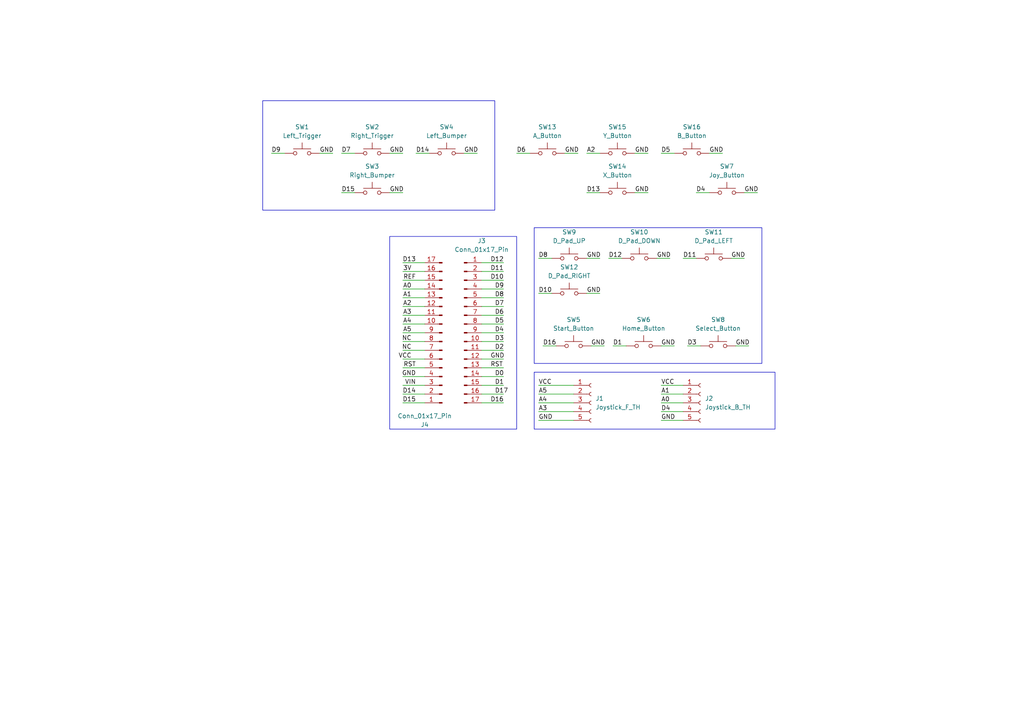
<source format=kicad_sch>
(kicad_sch (version 20231120) (generator "eeschema") (generator_version "8.0")
  (paper "A4")
  (lib_symbols
    (symbol "Connector:Conn_01x05_Socket" (pin_names (offset 1.016) hide)
      (property "Reference" "J" (at 0 7.62 0))
      (property "Value" "Conn_01x05_Socket" (at 0 -7.62 0))
      (symbol "Conn_01x05_Socket_1_1"
        (arc (start 0 -4.572) (mid -0.5058 -5.08) (end 0 -5.588) (stroke (width 0.1524)))
        (arc (start 0 -2.032) (mid -0.5058 -2.54) (end 0 -3.048) (stroke (width 0.1524)))
        (polyline (pts (xy -1.27 -5.08) (xy -0.508 -5.08)) (stroke (width 0.1524)))
        (polyline (pts (xy -1.27 -2.54) (xy -0.508 -2.54)) (stroke (width 0.1524)))
        (polyline (pts (xy -1.27 0) (xy -0.508 0)) (stroke (width 0.1524)))
        (polyline (pts (xy -1.27 2.54) (xy -0.508 2.54)) (stroke (width 0.1524)))
        (polyline (pts (xy -1.27 5.08) (xy -0.508 5.08)) (stroke (width 0.1524)))
        (arc (start 0 0.508) (mid -0.5058 0) (end 0 -0.508) (stroke (width 0.1524)))
        (arc (start 0 3.048) (mid -0.5058 2.54) (end 0 2.032) (stroke (width 0.1524)))
        (arc (start 0 5.588) (mid -0.5058 5.08) (end 0 4.572) (stroke (width 0.1524)))
        (pin passive line (at -5.08 5.08 0) (length 3.81) (name "Pin_1") (number "1"))
        (pin passive line (at -5.08 2.54 0) (length 3.81) (name "Pin_2") (number "2"))
        (pin passive line (at -5.08 0 0) (length 3.81) (name "Pin_3") (number "3"))
        (pin passive line (at -5.08 -2.54 0) (length 3.81) (name "Pin_4") (number "4"))
        (pin passive line (at -5.08 -5.08 0) (length 3.81) (name "Pin_5") (number "5"))
      )
    )
    (symbol "Connector:Conn_01x17_Pin" (pin_names (offset 1.016) hide)
      (property "Reference" "J" (at 0 22.86 0))
      (property "Value" "Conn_01x17_Pin" (at 0 -22.86 0))
      (symbol "Conn_01x17_Pin_1_1"
        (polyline (pts (xy 1.27 -20.32) (xy 0.8636 -20.32)) (stroke (width 0.1524)))
        (polyline (pts (xy 1.27 -17.78) (xy 0.8636 -17.78)) (stroke (width 0.1524)))
        (polyline (pts (xy 1.27 -15.24) (xy 0.8636 -15.24)) (stroke (width 0.1524)))
        (polyline (pts (xy 1.27 -12.7) (xy 0.8636 -12.7)) (stroke (width 0.1524)))
        (polyline (pts (xy 1.27 -10.16) (xy 0.8636 -10.16)) (stroke (width 0.1524)))
        (polyline (pts (xy 1.27 -7.62) (xy 0.8636 -7.62)) (stroke (width 0.1524)))
        (polyline (pts (xy 1.27 -5.08) (xy 0.8636 -5.08)) (stroke (width 0.1524)))
        (polyline (pts (xy 1.27 -2.54) (xy 0.8636 -2.54)) (stroke (width 0.1524)))
        (polyline (pts (xy 1.27 0) (xy 0.8636 0)) (stroke (width 0.1524)))
        (polyline (pts (xy 1.27 2.54) (xy 0.8636 2.54)) (stroke (width 0.1524)))
        (polyline (pts (xy 1.27 5.08) (xy 0.8636 5.08)) (stroke (width 0.1524)))
        (polyline (pts (xy 1.27 7.62) (xy 0.8636 7.62)) (stroke (width 0.1524)))
        (polyline (pts (xy 1.27 10.16) (xy 0.8636 10.16)) (stroke (width 0.1524)))
        (polyline (pts (xy 1.27 12.7) (xy 0.8636 12.7)) (stroke (width 0.1524)))
        (polyline (pts (xy 1.27 15.24) (xy 0.8636 15.24)) (stroke (width 0.1524)))
        (polyline (pts (xy 1.27 17.78) (xy 0.8636 17.78)) (stroke (width 0.1524)))
        (polyline (pts (xy 1.27 20.32) (xy 0.8636 20.32)) (stroke (width 0.1524)))
        (rectangle (start 0.8636 -20.193) (end 0 -20.447) (stroke (width 0.1524)) (fill (type outline)))
        (rectangle (start 0.8636 -17.653) (end 0 -17.907) (stroke (width 0.1524)) (fill (type outline)))
        (rectangle (start 0.8636 -15.113) (end 0 -15.367) (stroke (width 0.1524)) (fill (type outline)))
        (rectangle (start 0.8636 -12.573) (end 0 -12.827) (stroke (width 0.1524)) (fill (type outline)))
        (rectangle (start 0.8636 -10.033) (end 0 -10.287) (stroke (width 0.1524)) (fill (type outline)))
        (rectangle (start 0.8636 -7.493) (end 0 -7.747) (stroke (width 0.1524)) (fill (type outline)))
        (rectangle (start 0.8636 -4.953) (end 0 -5.207) (stroke (width 0.1524)) (fill (type outline)))
        (rectangle (start 0.8636 -2.413) (end 0 -2.667) (stroke (width 0.1524)) (fill (type outline)))
        (rectangle (start 0.8636 0.127) (end 0 -0.127) (stroke (width 0.1524)) (fill (type outline)))
        (rectangle (start 0.8636 2.667) (end 0 2.413) (stroke (width 0.1524)) (fill (type outline)))
        (rectangle (start 0.8636 5.207) (end 0 4.953) (stroke (width 0.1524)) (fill (type outline)))
        (rectangle (start 0.8636 7.747) (end 0 7.493) (stroke (width 0.1524)) (fill (type outline)))
        (rectangle (start 0.8636 10.287) (end 0 10.033) (stroke (width 0.1524)) (fill (type outline)))
        (rectangle (start 0.8636 12.827) (end 0 12.573) (stroke (width 0.1524)) (fill (type outline)))
        (rectangle (start 0.8636 15.367) (end 0 15.113) (stroke (width 0.1524)) (fill (type outline)))
        (rectangle (start 0.8636 17.907) (end 0 17.653) (stroke (width 0.1524)) (fill (type outline)))
        (rectangle (start 0.8636 20.447) (end 0 20.193) (stroke (width 0.1524)) (fill (type outline)))
        (pin passive line (at 5.08 20.32 180) (length 3.81) (name "Pin_1") (number "1"))
        (pin passive line (at 5.08 -2.54 180) (length 3.81) (name "Pin_10") (number "10"))
        (pin passive line (at 5.08 -5.08 180) (length 3.81) (name "Pin_11") (number "11"))
        (pin passive line (at 5.08 -7.62 180) (length 3.81) (name "Pin_12") (number "12"))
        (pin passive line (at 5.08 -10.16 180) (length 3.81) (name "Pin_13") (number "13"))
        (pin passive line (at 5.08 -12.7 180) (length 3.81) (name "Pin_14") (number "14"))
        (pin passive line (at 5.08 -15.24 180) (length 3.81) (name "Pin_15") (number "15"))
        (pin passive line (at 5.08 -17.78 180) (length 3.81) (name "Pin_16") (number "16"))
        (pin passive line (at 5.08 -20.32 180) (length 3.81) (name "Pin_17") (number "17"))
        (pin passive line (at 5.08 17.78 180) (length 3.81) (name "Pin_2") (number "2"))
        (pin passive line (at 5.08 15.24 180) (length 3.81) (name "Pin_3") (number "3"))
        (pin passive line (at 5.08 12.7 180) (length 3.81) (name "Pin_4") (number "4"))
        (pin passive line (at 5.08 10.16 180) (length 3.81) (name "Pin_5") (number "5"))
        (pin passive line (at 5.08 7.62 180) (length 3.81) (name "Pin_6") (number "6"))
        (pin passive line (at 5.08 5.08 180) (length 3.81) (name "Pin_7") (number "7"))
        (pin passive line (at 5.08 2.54 180) (length 3.81) (name "Pin_8") (number "8"))
        (pin passive line (at 5.08 0 180) (length 3.81) (name "Pin_9") (number "9"))
      )
    )
    (symbol "Switch:SW_Push" (pin_numbers hide) (pin_names (offset 1.016) hide)
      (property "Reference" "SW" (at 1.27 2.54 0))
      (property "Value" "SW_Push" (at 0 -1.524 0))
      (symbol "SW_Push_0_1"
        (circle (center -2.032 0) (radius 0.508))
        (polyline (pts (xy 0 1.27) (xy 0 3.048)))
        (polyline (pts (xy 2.54 1.27) (xy -2.54 1.27)))
        (circle (center 2.032 0) (radius 0.508))
        (pin passive line (at -5.08 0 0) (length 2.54) (name "1") (number "1"))
        (pin passive line (at 5.08 0 180) (length 2.54) (name "2") (number "2"))
      )
    )
  )
  (wire (pts (xy 139.7 106.68) (xy 146.05 106.68)))
  (wire (pts (xy 139.7 88.9) (xy 146.05 88.9)))
  (wire (pts (xy 191.77 100.33) (xy 195.58 100.33)))
  (wire (pts (xy 201.93 55.88) (xy 205.74 55.88)))
  (wire (pts (xy 184.15 55.88) (xy 187.96 55.88)))
  (wire (pts (xy 139.7 116.84) (xy 146.05 116.84)))
  (wire (pts (xy 190.5 74.93) (xy 194.31 74.93)))
  (wire (pts (xy 166.37 114.3) (xy 156.21 114.3)))
  (wire (pts (xy 116.84 78.74) (xy 123.19 78.74)))
  (wire (pts (xy 99.06 55.88) (xy 102.87 55.88)))
  (wire (pts (xy 139.7 101.6) (xy 146.05 101.6)))
  (wire (pts (xy 116.84 86.36) (xy 123.19 86.36)))
  (wire (pts (xy 139.7 81.28) (xy 146.05 81.28)))
  (wire (pts (xy 171.45 100.33) (xy 175.26 100.33)))
  (wire (pts (xy 191.77 116.84) (xy 198.12 116.84)))
  (wire (pts (xy 113.03 44.45) (xy 116.84 44.45)))
  (wire (pts (xy 191.77 111.76) (xy 198.12 111.76)))
  (wire (pts (xy 116.84 106.68) (xy 123.19 106.68)))
  (wire (pts (xy 139.7 99.06) (xy 146.05 99.06)))
  (wire (pts (xy 191.77 119.38) (xy 198.12 119.38)))
  (wire (pts (xy 116.84 111.76) (xy 123.19 111.76)))
  (wire (pts (xy 123.19 104.14) (xy 116.84 104.14)))
  (wire (pts (xy 176.53 74.93) (xy 180.34 74.93)))
  (wire (pts (xy 191.77 44.45) (xy 195.58 44.45)))
  (wire (pts (xy 123.19 93.98) (xy 116.84 93.98)))
  (wire (pts (xy 184.15 44.45) (xy 187.96 44.45)))
  (wire (pts (xy 170.18 85.09) (xy 173.99 85.09)))
  (wire (pts (xy 123.19 99.06) (xy 116.84 99.06)))
  (wire (pts (xy 213.36 100.33) (xy 217.17 100.33)))
  (wire (pts (xy 156.21 85.09) (xy 160.02 85.09)))
  (wire (pts (xy 78.74 44.45) (xy 82.55 44.45)))
  (wire (pts (xy 123.19 116.84) (xy 116.84 116.84)))
  (wire (pts (xy 163.83 44.45) (xy 167.64 44.45)))
  (wire (pts (xy 123.19 96.52) (xy 116.84 96.52)))
  (wire (pts (xy 191.77 114.3) (xy 198.12 114.3)))
  (wire (pts (xy 123.19 114.3) (xy 116.84 114.3)))
  (wire (pts (xy 139.7 91.44) (xy 146.05 91.44)))
  (wire (pts (xy 170.18 55.88) (xy 173.99 55.88)))
  (wire (pts (xy 170.18 74.93) (xy 173.99 74.93)))
  (wire (pts (xy 212.09 74.93) (xy 215.9 74.93)))
  (wire (pts (xy 149.86 44.45) (xy 153.67 44.45)))
  (wire (pts (xy 116.84 109.22) (xy 123.19 109.22)))
  (wire (pts (xy 123.19 101.6) (xy 116.84 101.6)))
  (wire (pts (xy 123.19 83.82) (xy 116.84 83.82)))
  (wire (pts (xy 139.7 83.82) (xy 146.05 83.82)))
  (wire (pts (xy 99.06 44.45) (xy 102.87 44.45)))
  (wire (pts (xy 134.62 44.45) (xy 138.43 44.45)))
  (wire (pts (xy 177.8 100.33) (xy 181.61 100.33)))
  (wire (pts (xy 139.7 76.2) (xy 146.05 76.2)))
  (wire (pts (xy 92.71 44.45) (xy 96.52 44.45)))
  (wire (pts (xy 116.84 81.28) (xy 123.19 81.28)))
  (wire (pts (xy 198.12 74.93) (xy 201.93 74.93)))
  (wire (pts (xy 166.37 116.84) (xy 156.21 116.84)))
  (wire (pts (xy 157.48 100.33) (xy 161.29 100.33)))
  (wire (pts (xy 166.37 121.92) (xy 156.21 121.92)))
  (wire (pts (xy 116.84 88.9) (xy 123.19 88.9)))
  (wire (pts (xy 139.7 93.98) (xy 146.05 93.98)))
  (wire (pts (xy 139.7 114.3) (xy 146.05 114.3)))
  (wire (pts (xy 170.18 44.45) (xy 173.99 44.45)))
  (wire (pts (xy 120.65 44.45) (xy 124.46 44.45)))
  (wire (pts (xy 139.7 96.52) (xy 146.05 96.52)))
  (wire (pts (xy 199.39 100.33) (xy 203.2 100.33)))
  (wire (pts (xy 166.37 111.76) (xy 156.21 111.76)))
  (wire (pts (xy 191.77 121.92) (xy 198.12 121.92)))
  (wire (pts (xy 205.74 44.45) (xy 209.55 44.45)))
  (wire (pts (xy 139.7 104.14) (xy 146.05 104.14)))
  (wire (pts (xy 156.21 74.93) (xy 160.02 74.93)))
  (wire (pts (xy 123.19 76.2) (xy 116.84 76.2)))
  (wire (pts (xy 139.7 109.22) (xy 146.05 109.22)))
  (wire (pts (xy 139.7 78.74) (xy 146.05 78.74)))
  (wire (pts (xy 166.37 119.38) (xy 156.21 119.38)))
  (wire (pts (xy 215.9 55.88) (xy 219.71 55.88)))
  (wire (pts (xy 139.7 111.76) (xy 146.05 111.76)))
  (wire (pts (xy 123.19 91.44) (xy 116.84 91.44)))
  (wire (pts (xy 139.7 86.36) (xy 146.05 86.36)))
  (wire (pts (xy 113.03 55.88) (xy 116.84 55.88)))
  (rectangle (start 113.03 68.58) (end 149.86 124.46))
  (rectangle (start 154.94 107.95) (end 224.79 124.46))
  (rectangle (start 76.2 29.21) (end 143.51 60.96))
  (rectangle (start 154.94 66.04) (end 220.98 105.41))
  (label "D3" (at 199.39 100.33 0))
  (label "VCC" (at 119.38 104.14 180))
  (label "D6" (at 149.86 44.45 0))
  (label "GND" (at 215.9 55.88 0))
  (label "D1" (at 143.51 111.76 0))
  (label "D10" (at 142.24 81.28 0))
  (label "GND" (at 184.15 55.88 0))
  (label "A0" (at 191.77 116.84 0))
  (label "GND" (at 163.83 44.45 0))
  (label "D11" (at 198.12 74.93 0))
  (label "VCC" (at 191.77 111.76 0))
  (label "GND" (at 170.18 85.09 0))
  (label "VCC" (at 156.21 111.76 0))
  (label "GND" (at 171.45 100.33 0))
  (label "GND" (at 156.21 121.92 0))
  (label "RST" (at 142.24 106.68 0))
  (label "D6" (at 143.51 91.44 0))
  (label "D4" (at 191.77 119.38 0))
  (label "D0" (at 143.51 109.22 0))
  (label "A1" (at 191.77 114.3 0))
  (label "NC" (at 119.38 101.6 180))
  (label "GND" (at 113.03 55.88 0))
  (label "GND" (at 212.09 74.93 0))
  (label "3V" (at 119.38 78.74 180))
  (label "D8" (at 156.21 74.93 0))
  (label "D14" (at 120.65 114.3 180))
  (label "GND" (at 142.24 104.14 0))
  (label "A0" (at 119.38 83.82 180))
  (label "GND" (at 213.36 100.33 0))
  (label "A1" (at 119.38 86.36 180))
  (label "A5" (at 119.38 96.52 180))
  (label "D2" (at 143.51 101.6 0))
  (label "GND" (at 184.15 44.45 0))
  (label "D14" (at 120.65 44.45 0))
  (label "D13" (at 170.18 55.88 0))
  (label "D3" (at 143.51 99.06 0))
  (label "GND" (at 134.62 44.45 0))
  (label "VIN" (at 120.65 111.76 180))
  (label "D7" (at 143.51 88.9 0))
  (label "GND" (at 205.74 44.45 0))
  (label "D13" (at 120.65 76.2 180))
  (label "GND" (at 190.5 74.93 0))
  (label "REF" (at 120.65 81.28 180))
  (label "GND" (at 120.65 109.22 180))
  (label "A4" (at 119.38 93.98 180))
  (label "D5" (at 143.51 93.98 0))
  (label "GND" (at 191.77 100.33 0))
  (label "A3" (at 119.38 91.44 180))
  (label "RST" (at 120.65 106.68 180))
  (label "D8" (at 143.51 86.36 0))
  (label "D10" (at 156.21 85.09 0))
  (label "D9" (at 143.51 83.82 0))
  (label "D9" (at 78.74 44.45 0))
  (label "D4" (at 201.93 55.88 0))
  (label "D16" (at 142.24 116.84 0))
  (label "D16" (at 157.48 100.33 0))
  (label "D12" (at 142.24 76.2 0))
  (label "A4" (at 156.21 116.84 0))
  (label "D5" (at 191.77 44.45 0))
  (label "A3" (at 156.21 119.38 0))
  (label "D15" (at 120.65 116.84 180))
  (label "A2" (at 119.38 88.9 180))
  (label "GND" (at 191.77 121.92 0))
  (label "GND" (at 170.18 74.93 0))
  (label "D15" (at 99.06 55.88 0))
  (label "GND" (at 113.03 44.45 0))
  (label "D12" (at 176.53 74.93 0))
  (label "D17" (at 143.51 114.3 0))
  (label "D1" (at 177.8 100.33 0))
  (label "A2" (at 170.18 44.45 0))
  (label "D4" (at 143.51 96.52 0))
  (label "D11" (at 142.24 78.74 0))
  (label "NC" (at 119.38 99.06 180))
  (label "A5" (at 156.21 114.3 0))
  (label "GND" (at 92.71 44.45 0))
  (label "D7" (at 99.06 44.45 0))
  (symbol (lib_id "Switch:SW_Push") (at 165.1 85.09 0) (unit 1)
    (property "Reference" "SW12" (at 165.1 77.47 0))
    (property "Value" "D_Pad_RIGHT" (at 165.1 80.01 0))
    (property "Footprint" "Downloads:SW_BUTT-2" (effects (hide yes)))
    (property "Description" "Push button switch, generic, two pins" (effects (hide yes)))
  )
  (symbol (lib_id "Switch:SW_Push") (at 185.42 74.93 0) (unit 1)
    (property "Reference" "SW10" (at 185.42 67.31 0))
    (property "Value" "D_Pad_DOWN" (at 185.42 69.85 0))
    (property "Footprint" "Downloads:SW_BUTT-2" (effects (hide yes)))
    (property "Description" "Push button switch, generic, two pins" (effects (hide yes)))
  )
  (symbol (lib_id "Switch:SW_Push") (at 166.37 100.33 0) (unit 1)
    (property "Reference" "SW5" (at 166.37 92.71 0))
    (property "Value" "Start_Button" (at 166.37 95.25 0))
    (property "Footprint" "Downloads:SW_BUTT-2" (effects (hide yes)))
    (property "Description" "Push button switch, generic, two pins" (effects (hide yes)))
  )
  (symbol (lib_id "Connector:Conn_01x17_Pin") (at 134.62 96.52 0) (unit 1)
    (property "Reference" "J3" (at 139.7 69.85 0))
    (property "Value" "Conn_01x17_Pin" (at 139.7 72.39 0))
    (property "Footprint" "Connector_PinSocket_2.54mm:PinSocket_1x17_P2.54mm_Vertical" (effects (hide yes)))
  )
  (symbol (lib_id "Connector:Conn_01x05_Socket") (at 203.2 116.84 0) (unit 1)
    (property "Reference" "J2" (at 204.47 115.5699 0) (effects (justify left)))
    (property "Value" "Joystick_B_TH" (at 204.47 118.1099 0) (effects (justify left)))
    (property "Footprint" "Connector_PinSocket_2.54mm:PinSocket_1x05_P2.54mm_Vertical" (effects (hide yes)))
  )
  (symbol (lib_id "Switch:SW_Push") (at 208.28 100.33 0) (unit 1)
    (property "Reference" "SW8" (at 208.28 92.71 0))
    (property "Value" "Select_Button" (at 208.28 95.25 0))
    (property "Footprint" "Downloads:SW_BUTT-2" (effects (hide yes)))
    (property "Description" "Push button switch, generic, two pins" (effects (hide yes)))
  )
  (symbol (lib_id "Connector:Conn_01x05_Socket") (at 171.45 116.84 0) (unit 1)
    (property "Reference" "J1" (at 172.72 115.5699 0) (effects (justify left)))
    (property "Value" "Joystick_F_TH" (at 172.72 118.1099 0) (effects (justify left)))
    (property "Footprint" "Connector_PinSocket_2.54mm:PinSocket_1x05_P2.54mm_Vertical" (effects (hide yes)))
  )
  (symbol (lib_id "Switch:SW_Push") (at 87.63 44.45 0) (unit 1)
    (property "Reference" "SW1" (at 87.63 36.83 0))
    (property "Value" "Left_Trigger" (at 87.63 39.37 0))
    (property "Footprint" "Downloads:SW_BUTT-2" (effects (hide yes)))
    (property "Description" "Push button switch, generic, two pins" (effects (hide yes)))
  )
  (symbol (lib_id "Switch:SW_Push") (at 107.95 55.88 0) (unit 1)
    (property "Reference" "SW3" (at 107.95 48.26 0))
    (property "Value" "Right_Bumper" (at 107.95 50.8 0))
    (property "Footprint" "Downloads:SW_BUTT-2" (effects (hide yes)))
    (property "Description" "Push button switch, generic, two pins" (effects (hide yes)))
  )
  (symbol (lib_id "Switch:SW_Push") (at 207.01 74.93 0) (unit 1)
    (property "Reference" "SW11" (at 207.01 67.31 0))
    (property "Value" "D_Pad_LEFT" (at 207.01 69.85 0))
    (property "Footprint" "Downloads:SW_BUTT-2" (effects (hide yes)))
    (property "Description" "Push button switch, generic, two pins" (effects (hide yes)))
  )
  (symbol (lib_id "Switch:SW_Push") (at 158.75 44.45 0) (unit 1)
    (property "Reference" "SW13" (at 158.75 36.83 0))
    (property "Value" "A_Button" (at 158.75 39.37 0))
    (property "Footprint" "Downloads:SW_BUTT-2" (effects (hide yes)))
    (property "Description" "Push button switch, generic, two pins" (effects (hide yes)))
  )
  (symbol (lib_id "Switch:SW_Push") (at 107.95 44.45 0) (unit 1)
    (property "Reference" "SW2" (at 107.95 36.83 0))
    (property "Value" "Right_Trigger" (at 107.95 39.37 0))
    (property "Footprint" "Downloads:SW_BUTT-2" (effects (hide yes)))
    (property "Description" "Push button switch, generic, two pins" (effects (hide yes)))
  )
  (symbol (lib_id "Switch:SW_Push") (at 129.54 44.45 0) (unit 1)
    (property "Reference" "SW4" (at 129.54 36.83 0))
    (property "Value" "Left_Bumper" (at 129.54 39.37 0))
    (property "Footprint" "Downloads:SW_BUTT-2" (effects (hide yes)))
    (property "Description" "Push button switch, generic, two pins" (effects (hide yes)))
  )
  (symbol (lib_id "Connector:Conn_01x17_Pin") (at 128.27 96.52 180) (unit 1)
    (property "Reference" "J4" (at 123.19 123.19 0))
    (property "Value" "Conn_01x17_Pin" (at 123.19 120.65 0))
    (property "Footprint" "Connector_PinSocket_2.54mm:PinSocket_1x17_P2.54mm_Vertical" (effects (hide yes)))
  )
  (symbol (lib_id "Switch:SW_Push") (at 186.69 100.33 0) (unit 1)
    (property "Reference" "SW6" (at 186.69 92.71 0))
    (property "Value" "Home_Button" (at 186.69 95.25 0))
    (property "Footprint" "Downloads:SW_BUTT-2" (effects (hide yes)))
    (property "Description" "Push button switch, generic, two pins" (effects (hide yes)))
  )
  (symbol (lib_id "Switch:SW_Push") (at 179.07 44.45 0) (unit 1)
    (property "Reference" "SW15" (at 179.07 36.83 0))
    (property "Value" "Y_Button" (at 179.07 39.37 0))
    (property "Footprint" "Downloads:SW_BUTT-2" (effects (hide yes)))
    (property "Description" "Push button switch, generic, two pins" (effects (hide yes)))
  )
  (symbol (lib_id "Switch:SW_Push") (at 165.1 74.93 0) (unit 1)
    (property "Reference" "SW9" (at 165.1 67.31 0))
    (property "Value" "D_Pad_UP" (at 165.1 69.85 0))
    (property "Footprint" "Downloads:SW_BUTT-2" (effects (hide yes)))
    (property "Description" "Push button switch, generic, two pins" (effects (hide yes)))
  )
  (symbol (lib_id "Switch:SW_Push") (at 210.82 55.88 0) (unit 1)
    (property "Reference" "SW7" (at 210.82 48.26 0))
    (property "Value" "Joy_Button" (at 210.82 50.8 0))
    (property "Footprint" "Downloads:SW_BUTT-2" (effects (hide yes)))
    (property "Description" "Push button switch, generic, two pins" (effects (hide yes)))
  )
  (symbol (lib_id "Switch:SW_Push") (at 200.66 44.45 0) (unit 1)
    (property "Reference" "SW16" (at 200.66 36.83 0))
    (property "Value" "B_Button" (at 200.66 39.37 0))
    (property "Footprint" "Downloads:SW_BUTT-2" (effects (hide yes)))
    (property "Description" "Push button switch, generic, two pins" (effects (hide yes)))
  )
  (symbol (lib_id "Switch:SW_Push") (at 179.07 55.88 0) (unit 1)
    (property "Reference" "SW14" (at 179.07 48.26 0))
    (property "Value" "X_Button" (at 179.07 50.8 0))
    (property "Footprint" "Downloads:SW_BUTT-2" (effects (hide yes)))
    (property "Description" "Push button switch, generic, two pins" (effects (hide yes)))
  )
)
</source>
